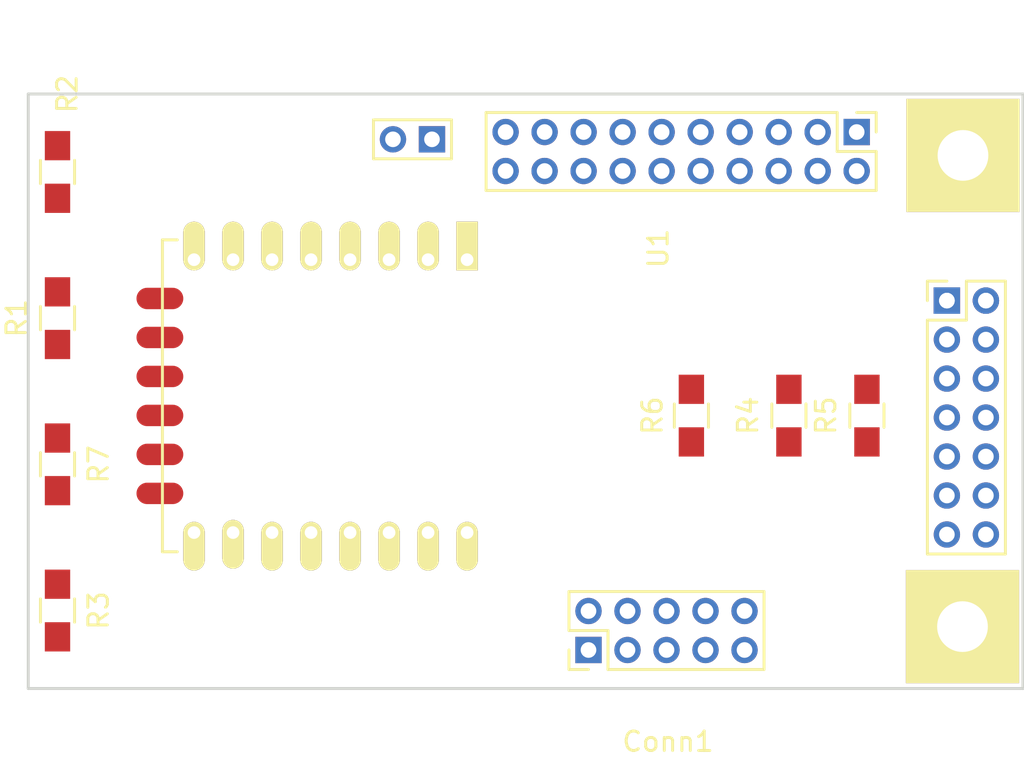
<source format=kicad_pcb>
(kicad_pcb (version 4) (host pcbnew 4.0.4+e1-6308~48~ubuntu16.04.1-stable)

  (general
    (links 27)
    (no_connects 25)
    (area 0 0 0 0)
    (thickness 1.6)
    (drawings 4)
    (tracks 0)
    (zones 0)
    (modules 11)
    (nets 41)
  )

  (page A4)
  (layers
    (0 F.Cu signal)
    (31 B.Cu signal)
    (32 B.Adhes user)
    (33 F.Adhes user)
    (34 B.Paste user)
    (35 F.Paste user)
    (36 B.SilkS user)
    (37 F.SilkS user)
    (38 B.Mask user)
    (39 F.Mask user)
    (40 Dwgs.User user)
    (41 Cmts.User user)
    (42 Eco1.User user)
    (43 Eco2.User user)
    (44 Edge.Cuts user)
    (45 Margin user)
    (46 B.CrtYd user)
    (47 F.CrtYd user)
    (48 B.Fab user)
    (49 F.Fab user)
  )

  (setup
    (last_trace_width 0.25)
    (trace_clearance 0.2)
    (zone_clearance 0.508)
    (zone_45_only no)
    (trace_min 0.2)
    (segment_width 0.2)
    (edge_width 0.15)
    (via_size 0.6)
    (via_drill 0.4)
    (via_min_size 0.4)
    (via_min_drill 0.3)
    (uvia_size 0.3)
    (uvia_drill 0.1)
    (uvias_allowed no)
    (uvia_min_size 0.2)
    (uvia_min_drill 0.1)
    (pcb_text_width 0.3)
    (pcb_text_size 1.5 1.5)
    (mod_edge_width 0.15)
    (mod_text_size 1 1)
    (mod_text_width 0.15)
    (pad_size 1.524 1.524)
    (pad_drill 0.762)
    (pad_to_mask_clearance 0.2)
    (aux_axis_origin 0 0)
    (visible_elements FFFEFF7F)
    (pcbplotparams
      (layerselection 0x00030_80000001)
      (usegerberextensions false)
      (excludeedgelayer true)
      (linewidth 0.100000)
      (plotframeref false)
      (viasonmask false)
      (mode 1)
      (useauxorigin false)
      (hpglpennumber 1)
      (hpglpenspeed 20)
      (hpglpendiameter 15)
      (hpglpenoverlay 2)
      (psnegative false)
      (psa4output false)
      (plotreference true)
      (plotvalue true)
      (plotinvisibletext false)
      (padsonsilk false)
      (subtractmaskfromsilk false)
      (outputformat 1)
      (mirror false)
      (drillshape 1)
      (scaleselection 1)
      (outputdirectory ""))
  )

  (net 0 "")
  (net 1 "Net-(Conn1-Pad2)")
  (net 2 "Net-(Conn1-Pad1)")
  (net 3 "Net-(Conn1-Pad3)")
  (net 4 "Net-(Conn1-Pad4)")
  (net 5 "Net-(Conn1-Pad5)")
  (net 6 "Net-(Conn1-Pad6)")
  (net 7 "Net-(Conn1-Pad7)")
  (net 8 "Net-(Conn1-Pad8)")
  (net 9 "Net-(Conn1-Pad9)")
  (net 10 "Net-(Conn1-Pad10)")
  (net 11 "Net-(Conn1-Pad11)")
  (net 12 "Net-(Conn1-Pad12)")
  (net 13 "Net-(Conn1-Pad13)")
  (net 14 "Net-(Conn1-Pad14)")
  (net 15 +3V3)
  (net 16 GND)
  (net 17 "Net-(Conn1-Pad17)")
  (net 18 "Net-(Conn1-Pad18)")
  (net 19 "Net-(Conn1-Pad20)")
  (net 20 "Net-(Conn1-Pad37)")
  (net 21 "Net-(Conn1-Pad38)")
  (net 22 "Net-(Conn1-Pad39)")
  (net 23 "Net-(Conn1-Pad40)")
  (net 24 "Net-(Conn1-Pad41)")
  (net 25 "Net-(Conn1-Pad43)")
  (net 26 "Net-(Conn1-Pad44)")
  (net 27 "Net-(R1-Pad1)")
  (net 28 "Net-(R2-Pad1)")
  (net 29 "Net-(R3-Pad2)")
  (net 30 "Net-(R7-Pad2)")
  (net 31 "Net-(U1-Pad2)")
  (net 32 "Net-(U1-Pad4)")
  (net 33 "Net-(U1-Pad5)")
  (net 34 "Net-(U1-Pad6)")
  (net 35 "Net-(U1-Pad9)")
  (net 36 "Net-(U1-Pad10)")
  (net 37 "Net-(U1-Pad11)")
  (net 38 "Net-(U1-Pad12)")
  (net 39 "Net-(U1-Pad13)")
  (net 40 "Net-(U1-Pad14)")

  (net_class Default "This is the default net class."
    (clearance 0.2)
    (trace_width 0.25)
    (via_dia 0.6)
    (via_drill 0.4)
    (uvia_dia 0.3)
    (uvia_drill 0.1)
    (add_net +3V3)
    (add_net GND)
    (add_net "Net-(Conn1-Pad1)")
    (add_net "Net-(Conn1-Pad10)")
    (add_net "Net-(Conn1-Pad11)")
    (add_net "Net-(Conn1-Pad12)")
    (add_net "Net-(Conn1-Pad13)")
    (add_net "Net-(Conn1-Pad14)")
    (add_net "Net-(Conn1-Pad17)")
    (add_net "Net-(Conn1-Pad18)")
    (add_net "Net-(Conn1-Pad2)")
    (add_net "Net-(Conn1-Pad20)")
    (add_net "Net-(Conn1-Pad3)")
    (add_net "Net-(Conn1-Pad37)")
    (add_net "Net-(Conn1-Pad38)")
    (add_net "Net-(Conn1-Pad39)")
    (add_net "Net-(Conn1-Pad4)")
    (add_net "Net-(Conn1-Pad40)")
    (add_net "Net-(Conn1-Pad41)")
    (add_net "Net-(Conn1-Pad43)")
    (add_net "Net-(Conn1-Pad44)")
    (add_net "Net-(Conn1-Pad5)")
    (add_net "Net-(Conn1-Pad6)")
    (add_net "Net-(Conn1-Pad7)")
    (add_net "Net-(Conn1-Pad8)")
    (add_net "Net-(Conn1-Pad9)")
    (add_net "Net-(R1-Pad1)")
    (add_net "Net-(R2-Pad1)")
    (add_net "Net-(R3-Pad2)")
    (add_net "Net-(R7-Pad2)")
    (add_net "Net-(U1-Pad10)")
    (add_net "Net-(U1-Pad11)")
    (add_net "Net-(U1-Pad12)")
    (add_net "Net-(U1-Pad13)")
    (add_net "Net-(U1-Pad14)")
    (add_net "Net-(U1-Pad2)")
    (add_net "Net-(U1-Pad4)")
    (add_net "Net-(U1-Pad5)")
    (add_net "Net-(U1-Pad6)")
    (add_net "Net-(U1-Pad9)")
  )

  (module pico_ciaa_ponchos:Conn_Pico_Ciaa (layer F.Cu) (tedit 584DDB1F) (tstamp 584DF84C)
    (at 166.6 94.6)
    (path /584E1052)
    (fp_text reference Conn1 (at -14.3 22.625) (layer F.SilkS)
      (effects (font (size 1 1) (thickness 0.15)))
    )
    (fp_text value Conn_Pico (at -13.675 -14.575) (layer F.Fab)
      (effects (font (size 1 1) (thickness 0.15)))
    )
    (fp_line (start -19.375 17.925) (end -19.375 18.925) (layer F.SilkS) (width 0.15))
    (fp_line (start -19.375 18.925) (end -18.375 18.925) (layer F.SilkS) (width 0.15))
    (fp_line (start -17.375 18.925) (end -9.375 18.925) (layer F.SilkS) (width 0.15))
    (fp_line (start -9.375 18.925) (end -9.375 14.925) (layer F.SilkS) (width 0.15))
    (fp_line (start -9.375 14.925) (end -19.375 14.925) (layer F.SilkS) (width 0.15))
    (fp_line (start -19.375 14.925) (end -19.375 16.925) (layer F.SilkS) (width 0.15))
    (fp_line (start -19.375 16.925) (end -17.375 16.925) (layer F.SilkS) (width 0.15))
    (fp_line (start -17.375 16.925) (end -17.375 18.925) (layer F.SilkS) (width 0.15))
    (fp_line (start -4.625 -9.65) (end -3.625 -9.65) (layer F.SilkS) (width 0.15))
    (fp_line (start -3.625 -9.65) (end -3.625 -8.65) (layer F.SilkS) (width 0.15))
    (fp_line (start -5.625 -9.65) (end -5.625 -7.65) (layer F.SilkS) (width 0.15))
    (fp_line (start -5.625 -7.65) (end -3.625 -7.65) (layer F.SilkS) (width 0.15))
    (fp_line (start -3.625 -7.65) (end -3.625 -5.65) (layer F.SilkS) (width 0.15))
    (fp_line (start -3.625 -5.65) (end -23.625 -5.65) (layer F.SilkS) (width 0.15))
    (fp_line (start -23.625 -5.65) (end -23.625 -9.65) (layer F.SilkS) (width 0.15))
    (fp_line (start -23.625 -9.65) (end -5.625 -9.65) (layer F.SilkS) (width 0.15))
    (fp_line (start -29.4 -9.275) (end -29.4 -7.275) (layer F.SilkS) (width 0.15))
    (fp_line (start -29.4 -7.275) (end -25.4 -7.275) (layer F.SilkS) (width 0.15))
    (fp_line (start -25.4 -7.275) (end -25.4 -9.275) (layer F.SilkS) (width 0.15))
    (fp_line (start -25.4 -9.275) (end -29.4 -9.275) (layer F.SilkS) (width 0.15))
    (fp_line (start 3 -1) (end 3 13) (layer F.SilkS) (width 0.15))
    (fp_line (start -1 1) (end -1 13) (layer F.SilkS) (width 0.15))
    (fp_line (start -1 13) (end 3 13) (layer F.SilkS) (width 0.15))
    (fp_line (start -1 0) (end -1 -1) (layer F.SilkS) (width 0.15))
    (fp_line (start -1 -1) (end 0 -1) (layer F.SilkS) (width 0.15))
    (fp_line (start 1 1) (end -1 1) (layer F.SilkS) (width 0.15))
    (fp_line (start 1 1) (end 1 -1) (layer F.SilkS) (width 0.15))
    (fp_line (start 1 -1) (end 3 -1) (layer F.SilkS) (width 0.15))
    (pad 2 thru_hole circle (at 2 0) (size 1.35 1.35) (drill 0.8) (layers *.Cu *.Mask)
      (net 1 "Net-(Conn1-Pad2)"))
    (pad 1 thru_hole rect (at 0 0) (size 1.35 1.35) (drill 0.8) (layers *.Cu *.Mask)
      (net 2 "Net-(Conn1-Pad1)"))
    (pad 1 thru_hole rect (at 0 0) (size 1.35 1.35) (drill 0.8) (layers *.Cu *.Mask)
      (net 2 "Net-(Conn1-Pad1)"))
    (pad 2 thru_hole circle (at 2 0) (size 1.35 1.35) (drill 0.8) (layers *.Cu *.Mask)
      (net 1 "Net-(Conn1-Pad2)"))
    (pad 3 thru_hole circle (at 0 2) (size 1.35 1.35) (drill 0.8) (layers *.Cu *.Mask)
      (net 3 "Net-(Conn1-Pad3)"))
    (pad 4 thru_hole circle (at 2 2) (size 1.35 1.35) (drill 0.8) (layers *.Cu *.Mask)
      (net 4 "Net-(Conn1-Pad4)"))
    (pad 5 thru_hole circle (at 0 4) (size 1.35 1.35) (drill 0.8) (layers *.Cu *.Mask)
      (net 5 "Net-(Conn1-Pad5)"))
    (pad 6 thru_hole circle (at 2 4) (size 1.35 1.35) (drill 0.8) (layers *.Cu *.Mask)
      (net 6 "Net-(Conn1-Pad6)"))
    (pad 7 thru_hole circle (at 0 6) (size 1.35 1.35) (drill 0.8) (layers *.Cu *.Mask)
      (net 7 "Net-(Conn1-Pad7)"))
    (pad 8 thru_hole circle (at 2 6) (size 1.35 1.35) (drill 0.8) (layers *.Cu *.Mask)
      (net 8 "Net-(Conn1-Pad8)"))
    (pad 9 thru_hole circle (at 0 8) (size 1.35 1.35) (drill 0.8) (layers *.Cu *.Mask)
      (net 9 "Net-(Conn1-Pad9)"))
    (pad 10 thru_hole circle (at 2 8) (size 1.35 1.35) (drill 0.8) (layers *.Cu *.Mask)
      (net 10 "Net-(Conn1-Pad10)"))
    (pad 11 thru_hole circle (at 0 10) (size 1.35 1.35) (drill 0.8) (layers *.Cu *.Mask)
      (net 11 "Net-(Conn1-Pad11)"))
    (pad 12 thru_hole circle (at 2 10) (size 1.35 1.35) (drill 0.8) (layers *.Cu *.Mask)
      (net 12 "Net-(Conn1-Pad12)"))
    (pad 13 thru_hole circle (at 0 12) (size 1.35 1.35) (drill 0.8) (layers *.Cu *.Mask)
      (net 13 "Net-(Conn1-Pad13)"))
    (pad 14 thru_hole circle (at 2 12) (size 1.35 1.35) (drill 0.8) (layers *.Cu *.Mask)
      (net 14 "Net-(Conn1-Pad14)"))
    (pad 15 thru_hole rect (at -26.4 -8.275) (size 1.35 1.35) (drill 0.8) (layers *.Cu *.Mask)
      (net 15 +3V3))
    (pad 16 thru_hole circle (at -28.4 -8.275) (size 1.35 1.35) (drill 0.8) (layers *.Cu *.Mask)
      (net 16 GND))
    (pad 17 thru_hole rect (at -4.625 -8.65) (size 1.35 1.35) (drill 0.8) (layers *.Cu *.Mask)
      (net 17 "Net-(Conn1-Pad17)"))
    (pad 18 thru_hole circle (at -4.625 -6.65) (size 1.35 1.35) (drill 0.8) (layers *.Cu *.Mask)
      (net 18 "Net-(Conn1-Pad18)"))
    (pad 19 thru_hole circle (at -6.625 -8.65) (size 1.35 1.35) (drill 0.8) (layers *.Cu *.Mask))
    (pad 20 thru_hole circle (at -6.625 -6.65) (size 1.35 1.35) (drill 0.8) (layers *.Cu *.Mask)
      (net 19 "Net-(Conn1-Pad20)"))
    (pad 21 thru_hole circle (at -8.625 -8.65) (size 1.35 1.35) (drill 0.8) (layers *.Cu *.Mask))
    (pad 22 thru_hole circle (at -8.625 -6.65) (size 1.35 1.35) (drill 0.8) (layers *.Cu *.Mask))
    (pad 23 thru_hole circle (at -10.625 -8.65) (size 1.35 1.35) (drill 0.8) (layers *.Cu *.Mask))
    (pad 24 thru_hole circle (at -10.625 -6.65) (size 1.35 1.35) (drill 0.8) (layers *.Cu *.Mask))
    (pad 25 thru_hole circle (at -12.625 -8.65) (size 1.35 1.35) (drill 0.8) (layers *.Cu *.Mask))
    (pad 26 thru_hole circle (at -12.625 -6.65) (size 1.35 1.35) (drill 0.8) (layers *.Cu *.Mask))
    (pad 27 thru_hole circle (at -14.625 -8.65) (size 1.35 1.35) (drill 0.8) (layers *.Cu *.Mask))
    (pad 28 thru_hole circle (at -14.625 -6.65) (size 1.35 1.35) (drill 0.8) (layers *.Cu *.Mask))
    (pad 29 thru_hole circle (at -16.625 -8.65) (size 1.35 1.35) (drill 0.8) (layers *.Cu *.Mask))
    (pad 30 thru_hole circle (at -16.625 -6.65) (size 1.35 1.35) (drill 0.8) (layers *.Cu *.Mask))
    (pad 31 thru_hole circle (at -18.625 -8.65) (size 1.35 1.35) (drill 0.8) (layers *.Cu *.Mask))
    (pad 32 thru_hole circle (at -18.625 -6.65) (size 1.35 1.35) (drill 0.8) (layers *.Cu *.Mask))
    (pad 33 thru_hole circle (at -20.625 -8.65) (size 1.35 1.35) (drill 0.8) (layers *.Cu *.Mask))
    (pad 34 thru_hole circle (at -20.625 -6.65) (size 1.35 1.35) (drill 0.8) (layers *.Cu *.Mask))
    (pad 35 thru_hole circle (at -22.625 -8.65) (size 1.35 1.35) (drill 0.8) (layers *.Cu *.Mask))
    (pad 36 thru_hole circle (at -22.625 -6.65) (size 1.35 1.35) (drill 0.8) (layers *.Cu *.Mask))
    (pad 37 thru_hole rect (at -18.375 17.925) (size 1.35 1.35) (drill 0.8) (layers *.Cu *.Mask)
      (net 20 "Net-(Conn1-Pad37)"))
    (pad 38 thru_hole circle (at -18.375 15.925) (size 1.35 1.35) (drill 0.8) (layers *.Cu *.Mask)
      (net 21 "Net-(Conn1-Pad38)"))
    (pad 39 thru_hole circle (at -16.375 17.925) (size 1.35 1.35) (drill 0.8) (layers *.Cu *.Mask)
      (net 22 "Net-(Conn1-Pad39)"))
    (pad 40 thru_hole circle (at -16.375 15.925) (size 1.35 1.35) (drill 0.8) (layers *.Cu *.Mask)
      (net 23 "Net-(Conn1-Pad40)"))
    (pad 41 thru_hole circle (at -14.375 17.925) (size 1.35 1.35) (drill 0.8) (layers *.Cu *.Mask)
      (net 24 "Net-(Conn1-Pad41)"))
    (pad 42 thru_hole circle (at -14.375 15.925) (size 1.35 1.35) (drill 0.8) (layers *.Cu *.Mask))
    (pad 43 thru_hole circle (at -12.375 17.925) (size 1.35 1.35) (drill 0.8) (layers *.Cu *.Mask)
      (net 25 "Net-(Conn1-Pad43)"))
    (pad 44 thru_hole circle (at -12.375 15.925) (size 1.35 1.35) (drill 0.8) (layers *.Cu *.Mask)
      (net 26 "Net-(Conn1-Pad44)"))
    (pad 45 thru_hole circle (at -10.375 17.925) (size 1.35 1.35) (drill 0.8) (layers *.Cu *.Mask)
      (net 16 GND))
    (pad 46 thru_hole circle (at -10.375 15.925) (size 1.35 1.35) (drill 0.8) (layers *.Cu *.Mask))
  )

  (module footprints:PIN_ARRAY_1 (layer F.Cu) (tedit 564E545B) (tstamp 584DF851)
    (at 167.4 111.325)
    (descr "1 pin")
    (tags "CONN DEV")
    (path /58396B6A)
    (fp_text reference P1 (at 0.1 -3.5) (layer F.SilkS) hide
      (effects (font (size 0.762 0.762) (thickness 0.1524)))
    )
    (fp_text value MOUNT_HOLE (at -0.05 3.75) (layer F.SilkS) hide
      (effects (font (size 0.762 0.762) (thickness 0.1524)))
    )
    (fp_line (start 1.27 1.27) (end -1.27 1.27) (layer F.SilkS) (width 0.1524))
    (fp_line (start -1.27 -1.27) (end 1.27 -1.27) (layer F.SilkS) (width 0.1524))
    (fp_line (start -1.27 1.27) (end -1.27 -1.27) (layer F.SilkS) (width 0.1524))
    (fp_line (start 1.27 -1.27) (end 1.27 1.27) (layer F.SilkS) (width 0.1524))
    (pad 1 thru_hole rect (at 0 0) (size 5.8 5.8) (drill 2.6) (layers *.Cu *.Mask F.SilkS)
      (net 16 GND) (solder_mask_margin 0.1524) (clearance 0.1524))
  )

  (module footprints:PIN_ARRAY_1 (layer F.Cu) (tedit 564E545B) (tstamp 584DF856)
    (at 167.425 87.15)
    (descr "1 pin")
    (tags "CONN DEV")
    (path /58396C16)
    (fp_text reference P2 (at 0.1 -3.5) (layer F.SilkS) hide
      (effects (font (size 0.762 0.762) (thickness 0.1524)))
    )
    (fp_text value MOUNT_HOLE (at -0.05 3.75) (layer F.SilkS) hide
      (effects (font (size 0.762 0.762) (thickness 0.1524)))
    )
    (fp_line (start 1.27 1.27) (end -1.27 1.27) (layer F.SilkS) (width 0.1524))
    (fp_line (start -1.27 -1.27) (end 1.27 -1.27) (layer F.SilkS) (width 0.1524))
    (fp_line (start -1.27 1.27) (end -1.27 -1.27) (layer F.SilkS) (width 0.1524))
    (fp_line (start 1.27 -1.27) (end 1.27 1.27) (layer F.SilkS) (width 0.1524))
    (pad 1 thru_hole rect (at 0 0) (size 5.8 5.8) (drill 2.6) (layers *.Cu *.Mask F.SilkS)
      (net 16 GND) (solder_mask_margin 0.1524) (clearance 0.1524))
  )

  (module Resistors_SMD:R_0805_HandSoldering (layer F.Cu) (tedit 58307B90) (tstamp 584DF85C)
    (at 121 95.5 90)
    (descr "Resistor SMD 0805, hand soldering")
    (tags "resistor 0805")
    (path /582640A9)
    (attr smd)
    (fp_text reference R1 (at 0 -2.1 90) (layer F.SilkS)
      (effects (font (size 1 1) (thickness 0.15)))
    )
    (fp_text value R (at 0 2.1 90) (layer F.Fab)
      (effects (font (size 1 1) (thickness 0.15)))
    )
    (fp_line (start -1 0.625) (end -1 -0.625) (layer F.Fab) (width 0.1))
    (fp_line (start 1 0.625) (end -1 0.625) (layer F.Fab) (width 0.1))
    (fp_line (start 1 -0.625) (end 1 0.625) (layer F.Fab) (width 0.1))
    (fp_line (start -1 -0.625) (end 1 -0.625) (layer F.Fab) (width 0.1))
    (fp_line (start -2.4 -1) (end 2.4 -1) (layer F.CrtYd) (width 0.05))
    (fp_line (start -2.4 1) (end 2.4 1) (layer F.CrtYd) (width 0.05))
    (fp_line (start -2.4 -1) (end -2.4 1) (layer F.CrtYd) (width 0.05))
    (fp_line (start 2.4 -1) (end 2.4 1) (layer F.CrtYd) (width 0.05))
    (fp_line (start 0.6 0.875) (end -0.6 0.875) (layer F.SilkS) (width 0.15))
    (fp_line (start -0.6 -0.875) (end 0.6 -0.875) (layer F.SilkS) (width 0.15))
    (pad 1 smd rect (at -1.35 0 90) (size 1.5 1.3) (layers F.Cu F.Paste F.Mask)
      (net 27 "Net-(R1-Pad1)"))
    (pad 2 smd rect (at 1.35 0 90) (size 1.5 1.3) (layers F.Cu F.Paste F.Mask)
      (net 15 +3V3))
    (model Resistors_SMD.3dshapes/R_0805_HandSoldering.wrl
      (at (xyz 0 0 0))
      (scale (xyz 1 1 1))
      (rotate (xyz 0 0 0))
    )
  )

  (module Resistors_SMD:R_0805_HandSoldering (layer F.Cu) (tedit 584DE84A) (tstamp 584DF862)
    (at 121 88 270)
    (descr "Resistor SMD 0805, hand soldering")
    (tags "resistor 0805")
    (path /582640EC)
    (attr smd)
    (fp_text reference R2 (at -4 -0.5 270) (layer F.SilkS)
      (effects (font (size 1 1) (thickness 0.15)))
    )
    (fp_text value R (at 0 2.1 270) (layer F.Fab)
      (effects (font (size 1 1) (thickness 0.15)))
    )
    (fp_line (start -1 0.625) (end -1 -0.625) (layer F.Fab) (width 0.1))
    (fp_line (start 1 0.625) (end -1 0.625) (layer F.Fab) (width 0.1))
    (fp_line (start 1 -0.625) (end 1 0.625) (layer F.Fab) (width 0.1))
    (fp_line (start -1 -0.625) (end 1 -0.625) (layer F.Fab) (width 0.1))
    (fp_line (start -2.4 -1) (end 2.4 -1) (layer F.CrtYd) (width 0.05))
    (fp_line (start -2.4 1) (end 2.4 1) (layer F.CrtYd) (width 0.05))
    (fp_line (start -2.4 -1) (end -2.4 1) (layer F.CrtYd) (width 0.05))
    (fp_line (start 2.4 -1) (end 2.4 1) (layer F.CrtYd) (width 0.05))
    (fp_line (start 0.6 0.875) (end -0.6 0.875) (layer F.SilkS) (width 0.15))
    (fp_line (start -0.6 -0.875) (end 0.6 -0.875) (layer F.SilkS) (width 0.15))
    (pad 1 smd rect (at -1.35 0 270) (size 1.5 1.3) (layers F.Cu F.Paste F.Mask)
      (net 28 "Net-(R2-Pad1)"))
    (pad 2 smd rect (at 1.35 0 270) (size 1.5 1.3) (layers F.Cu F.Paste F.Mask)
      (net 15 +3V3))
    (model Resistors_SMD.3dshapes/R_0805_HandSoldering.wrl
      (at (xyz 0 0 0))
      (scale (xyz 1 1 1))
      (rotate (xyz 0 0 0))
    )
  )

  (module Resistors_SMD:R_0805_HandSoldering (layer F.Cu) (tedit 58307B90) (tstamp 584DF868)
    (at 121 110.5 270)
    (descr "Resistor SMD 0805, hand soldering")
    (tags "resistor 0805")
    (path /58264232)
    (attr smd)
    (fp_text reference R3 (at 0 -2.1 270) (layer F.SilkS)
      (effects (font (size 1 1) (thickness 0.15)))
    )
    (fp_text value R (at 0 2.1 270) (layer F.Fab)
      (effects (font (size 1 1) (thickness 0.15)))
    )
    (fp_line (start -1 0.625) (end -1 -0.625) (layer F.Fab) (width 0.1))
    (fp_line (start 1 0.625) (end -1 0.625) (layer F.Fab) (width 0.1))
    (fp_line (start 1 -0.625) (end 1 0.625) (layer F.Fab) (width 0.1))
    (fp_line (start -1 -0.625) (end 1 -0.625) (layer F.Fab) (width 0.1))
    (fp_line (start -2.4 -1) (end 2.4 -1) (layer F.CrtYd) (width 0.05))
    (fp_line (start -2.4 1) (end 2.4 1) (layer F.CrtYd) (width 0.05))
    (fp_line (start -2.4 -1) (end -2.4 1) (layer F.CrtYd) (width 0.05))
    (fp_line (start 2.4 -1) (end 2.4 1) (layer F.CrtYd) (width 0.05))
    (fp_line (start 0.6 0.875) (end -0.6 0.875) (layer F.SilkS) (width 0.15))
    (fp_line (start -0.6 -0.875) (end 0.6 -0.875) (layer F.SilkS) (width 0.15))
    (pad 1 smd rect (at -1.35 0 270) (size 1.5 1.3) (layers F.Cu F.Paste F.Mask)
      (net 16 GND))
    (pad 2 smd rect (at 1.35 0 270) (size 1.5 1.3) (layers F.Cu F.Paste F.Mask)
      (net 29 "Net-(R3-Pad2)"))
    (model Resistors_SMD.3dshapes/R_0805_HandSoldering.wrl
      (at (xyz 0 0 0))
      (scale (xyz 1 1 1))
      (rotate (xyz 0 0 0))
    )
  )

  (module Resistors_SMD:R_0805_HandSoldering (layer F.Cu) (tedit 58307B90) (tstamp 584DF86E)
    (at 158.5 100.5 90)
    (descr "Resistor SMD 0805, hand soldering")
    (tags "resistor 0805")
    (path /58264473)
    (attr smd)
    (fp_text reference R4 (at 0 -2.1 90) (layer F.SilkS)
      (effects (font (size 1 1) (thickness 0.15)))
    )
    (fp_text value R (at 0 2.1 90) (layer F.Fab)
      (effects (font (size 1 1) (thickness 0.15)))
    )
    (fp_line (start -1 0.625) (end -1 -0.625) (layer F.Fab) (width 0.1))
    (fp_line (start 1 0.625) (end -1 0.625) (layer F.Fab) (width 0.1))
    (fp_line (start 1 -0.625) (end 1 0.625) (layer F.Fab) (width 0.1))
    (fp_line (start -1 -0.625) (end 1 -0.625) (layer F.Fab) (width 0.1))
    (fp_line (start -2.4 -1) (end 2.4 -1) (layer F.CrtYd) (width 0.05))
    (fp_line (start -2.4 1) (end 2.4 1) (layer F.CrtYd) (width 0.05))
    (fp_line (start -2.4 -1) (end -2.4 1) (layer F.CrtYd) (width 0.05))
    (fp_line (start 2.4 -1) (end 2.4 1) (layer F.CrtYd) (width 0.05))
    (fp_line (start 0.6 0.875) (end -0.6 0.875) (layer F.SilkS) (width 0.15))
    (fp_line (start -0.6 -0.875) (end 0.6 -0.875) (layer F.SilkS) (width 0.15))
    (pad 1 smd rect (at -1.35 0 90) (size 1.5 1.3) (layers F.Cu F.Paste F.Mask)
      (net 24 "Net-(Conn1-Pad41)"))
    (pad 2 smd rect (at 1.35 0 90) (size 1.5 1.3) (layers F.Cu F.Paste F.Mask)
      (net 15 +3V3))
    (model Resistors_SMD.3dshapes/R_0805_HandSoldering.wrl
      (at (xyz 0 0 0))
      (scale (xyz 1 1 1))
      (rotate (xyz 0 0 0))
    )
  )

  (module Resistors_SMD:R_0805_HandSoldering (layer F.Cu) (tedit 58307B90) (tstamp 584DF874)
    (at 162.5 100.5 90)
    (descr "Resistor SMD 0805, hand soldering")
    (tags "resistor 0805")
    (path /582644BC)
    (attr smd)
    (fp_text reference R5 (at 0 -2.1 90) (layer F.SilkS)
      (effects (font (size 1 1) (thickness 0.15)))
    )
    (fp_text value R (at 0 2.1 90) (layer F.Fab)
      (effects (font (size 1 1) (thickness 0.15)))
    )
    (fp_line (start -1 0.625) (end -1 -0.625) (layer F.Fab) (width 0.1))
    (fp_line (start 1 0.625) (end -1 0.625) (layer F.Fab) (width 0.1))
    (fp_line (start 1 -0.625) (end 1 0.625) (layer F.Fab) (width 0.1))
    (fp_line (start -1 -0.625) (end 1 -0.625) (layer F.Fab) (width 0.1))
    (fp_line (start -2.4 -1) (end 2.4 -1) (layer F.CrtYd) (width 0.05))
    (fp_line (start -2.4 1) (end 2.4 1) (layer F.CrtYd) (width 0.05))
    (fp_line (start -2.4 -1) (end -2.4 1) (layer F.CrtYd) (width 0.05))
    (fp_line (start 2.4 -1) (end 2.4 1) (layer F.CrtYd) (width 0.05))
    (fp_line (start 0.6 0.875) (end -0.6 0.875) (layer F.SilkS) (width 0.15))
    (fp_line (start -0.6 -0.875) (end 0.6 -0.875) (layer F.SilkS) (width 0.15))
    (pad 1 smd rect (at -1.35 0 90) (size 1.5 1.3) (layers F.Cu F.Paste F.Mask)
      (net 26 "Net-(Conn1-Pad44)"))
    (pad 2 smd rect (at 1.35 0 90) (size 1.5 1.3) (layers F.Cu F.Paste F.Mask)
      (net 15 +3V3))
    (model Resistors_SMD.3dshapes/R_0805_HandSoldering.wrl
      (at (xyz 0 0 0))
      (scale (xyz 1 1 1))
      (rotate (xyz 0 0 0))
    )
  )

  (module Resistors_SMD:R_0805_HandSoldering (layer F.Cu) (tedit 584DE926) (tstamp 584DF87A)
    (at 153.5 100.5 270)
    (descr "Resistor SMD 0805, hand soldering")
    (tags "resistor 0805")
    (path /5826410D)
    (attr smd)
    (fp_text reference R6 (at 0 2 270) (layer F.SilkS)
      (effects (font (size 1 1) (thickness 0.15)))
    )
    (fp_text value R (at 0 2.1 270) (layer F.Fab)
      (effects (font (size 1 1) (thickness 0.15)))
    )
    (fp_line (start -1 0.625) (end -1 -0.625) (layer F.Fab) (width 0.1))
    (fp_line (start 1 0.625) (end -1 0.625) (layer F.Fab) (width 0.1))
    (fp_line (start 1 -0.625) (end 1 0.625) (layer F.Fab) (width 0.1))
    (fp_line (start -1 -0.625) (end 1 -0.625) (layer F.Fab) (width 0.1))
    (fp_line (start -2.4 -1) (end 2.4 -1) (layer F.CrtYd) (width 0.05))
    (fp_line (start -2.4 1) (end 2.4 1) (layer F.CrtYd) (width 0.05))
    (fp_line (start -2.4 -1) (end -2.4 1) (layer F.CrtYd) (width 0.05))
    (fp_line (start 2.4 -1) (end 2.4 1) (layer F.CrtYd) (width 0.05))
    (fp_line (start 0.6 0.875) (end -0.6 0.875) (layer F.SilkS) (width 0.15))
    (fp_line (start -0.6 -0.875) (end 0.6 -0.875) (layer F.SilkS) (width 0.15))
    (pad 1 smd rect (at -1.35 0 270) (size 1.5 1.3) (layers F.Cu F.Paste F.Mask)
      (net 15 +3V3))
    (pad 2 smd rect (at 1.35 0 270) (size 1.5 1.3) (layers F.Cu F.Paste F.Mask)
      (net 22 "Net-(Conn1-Pad39)"))
    (model Resistors_SMD.3dshapes/R_0805_HandSoldering.wrl
      (at (xyz 0 0 0))
      (scale (xyz 1 1 1))
      (rotate (xyz 0 0 0))
    )
  )

  (module Resistors_SMD:R_0805_HandSoldering (layer F.Cu) (tedit 58307B90) (tstamp 584DF880)
    (at 121 103 270)
    (descr "Resistor SMD 0805, hand soldering")
    (tags "resistor 0805")
    (path /58264213)
    (attr smd)
    (fp_text reference R7 (at 0 -2.1 270) (layer F.SilkS)
      (effects (font (size 1 1) (thickness 0.15)))
    )
    (fp_text value R (at 0 2.1 270) (layer F.Fab)
      (effects (font (size 1 1) (thickness 0.15)))
    )
    (fp_line (start -1 0.625) (end -1 -0.625) (layer F.Fab) (width 0.1))
    (fp_line (start 1 0.625) (end -1 0.625) (layer F.Fab) (width 0.1))
    (fp_line (start 1 -0.625) (end 1 0.625) (layer F.Fab) (width 0.1))
    (fp_line (start -1 -0.625) (end 1 -0.625) (layer F.Fab) (width 0.1))
    (fp_line (start -2.4 -1) (end 2.4 -1) (layer F.CrtYd) (width 0.05))
    (fp_line (start -2.4 1) (end 2.4 1) (layer F.CrtYd) (width 0.05))
    (fp_line (start -2.4 -1) (end -2.4 1) (layer F.CrtYd) (width 0.05))
    (fp_line (start 2.4 -1) (end 2.4 1) (layer F.CrtYd) (width 0.05))
    (fp_line (start 0.6 0.875) (end -0.6 0.875) (layer F.SilkS) (width 0.15))
    (fp_line (start -0.6 -0.875) (end 0.6 -0.875) (layer F.SilkS) (width 0.15))
    (pad 1 smd rect (at -1.35 0 270) (size 1.5 1.3) (layers F.Cu F.Paste F.Mask)
      (net 15 +3V3))
    (pad 2 smd rect (at 1.35 0 270) (size 1.5 1.3) (layers F.Cu F.Paste F.Mask)
      (net 30 "Net-(R7-Pad2)"))
    (model Resistors_SMD.3dshapes/R_0805_HandSoldering.wrl
      (at (xyz 0 0 0))
      (scale (xyz 1 1 1))
      (rotate (xyz 0 0 0))
    )
  )

  (module pico_ciaa_ponchos:ESP-12E (layer F.Cu) (tedit 584DE1E1) (tstamp 584DF89A)
    (at 142 92.5 270)
    (descr "Module, ESP-8266, ESP-12, 16 pad, SMD")
    (tags "Module ESP-8266 ESP8266")
    (path /58263FA5)
    (fp_text reference U1 (at -0.575 -9.8 270) (layer F.SilkS)
      (effects (font (size 1 1) (thickness 0.15)))
    )
    (fp_text value ESP-12E (at 8 1 270) (layer F.Fab)
      (effects (font (size 1 1) (thickness 0.15)))
    )
    (fp_line (start -2.25 -0.5) (end -2.25 -8.75) (layer F.CrtYd) (width 0.05))
    (fp_line (start -2.25 -8.75) (end 15.25 -8.75) (layer F.CrtYd) (width 0.05))
    (fp_line (start 15.25 -8.75) (end 16.25 -8.75) (layer F.CrtYd) (width 0.05))
    (fp_line (start 16.25 -8.75) (end 16.25 16) (layer F.CrtYd) (width 0.05))
    (fp_line (start 16.25 16) (end -2.25 16) (layer F.CrtYd) (width 0.05))
    (fp_line (start -2.25 16) (end -2.25 -0.5) (layer F.CrtYd) (width 0.05))
    (fp_line (start -1.016 -8.382) (end 14.986 -8.382) (layer F.CrtYd) (width 0.1524))
    (fp_line (start 14.986 -8.382) (end 14.986 -0.889) (layer F.CrtYd) (width 0.1524))
    (fp_line (start -1.016 -8.382) (end -1.016 -1.016) (layer F.CrtYd) (width 0.1524))
    (fp_line (start -1.016 14.859) (end -1.016 15.621) (layer F.SilkS) (width 0.1524))
    (fp_line (start -1.016 15.621) (end 14.986 15.621) (layer F.SilkS) (width 0.1524))
    (fp_line (start 14.986 15.621) (end 14.986 14.859) (layer F.SilkS) (width 0.1524))
    (fp_line (start 14.992 -8.4) (end -1.008 -2.6) (layer F.CrtYd) (width 0.1524))
    (fp_line (start -1.008 -8.4) (end 14.992 -2.6) (layer F.CrtYd) (width 0.1524))
    (fp_text user "No Copper" (at 6.892 -5.4 270) (layer F.CrtYd)
      (effects (font (size 1 1) (thickness 0.15)))
    )
    (fp_line (start -1.008 -2.6) (end 14.992 -2.6) (layer F.CrtYd) (width 0.1524))
    (fp_line (start 15 -8.4) (end 15 15.6) (layer F.Fab) (width 0.05))
    (fp_line (start 14.992 15.6) (end -1.008 15.6) (layer F.Fab) (width 0.05))
    (fp_line (start -1.008 15.6) (end -1.008 -8.4) (layer F.Fab) (width 0.05))
    (fp_line (start -1.008 -8.4) (end 14.992 -8.4) (layer F.Fab) (width 0.05))
    (pad 1 thru_hole rect (at 0 0 270) (size 2.5 1.1) (drill 0.65 (offset -0.7 0)) (layers *.Cu *.Mask F.SilkS)
      (net 27 "Net-(R1-Pad1)"))
    (pad 2 thru_hole oval (at 0 2 270) (size 2.5 1.1) (drill 0.65 (offset -0.7 0)) (layers *.Cu *.Mask F.SilkS)
      (net 31 "Net-(U1-Pad2)"))
    (pad 3 thru_hole oval (at 0 4 270) (size 2.5 1.1) (drill 0.65 (offset -0.7 0)) (layers *.Cu *.Mask F.SilkS)
      (net 28 "Net-(R2-Pad1)"))
    (pad 4 thru_hole oval (at 0 6 270) (size 2.5 1.1) (drill 0.65 (offset -0.7 0)) (layers *.Cu *.Mask F.SilkS)
      (net 32 "Net-(U1-Pad4)"))
    (pad 5 thru_hole oval (at 0 8 270) (size 2.5 1.1) (drill 0.65 (offset -0.7 0)) (layers *.Cu *.Mask F.SilkS)
      (net 33 "Net-(U1-Pad5)"))
    (pad 6 thru_hole oval (at 0 10 270) (size 2.5 1.1) (drill 0.65 (offset -0.7 0)) (layers *.Cu *.Mask F.SilkS)
      (net 34 "Net-(U1-Pad6)"))
    (pad 7 thru_hole oval (at 0 12 270) (size 2.5 1.1) (drill 0.65 (offset -0.7 0)) (layers *.Cu *.Mask F.SilkS)
      (net 14 "Net-(Conn1-Pad14)"))
    (pad 8 thru_hole oval (at 0 14 270) (size 2.5 1.1) (drill 0.65 (offset -0.7 0)) (layers *.Cu *.Mask F.SilkS)
      (net 15 +3V3))
    (pad 9 smd oval (at 1.99 15.75) (size 2.4 1.1) (layers F.Cu F.Paste F.Mask)
      (net 35 "Net-(U1-Pad9)"))
    (pad 10 smd oval (at 3.99 15.75) (size 2.4 1.1) (layers F.Cu F.Paste F.Mask)
      (net 36 "Net-(U1-Pad10)"))
    (pad 11 smd oval (at 5.99 15.75) (size 2.4 1.1) (layers F.Cu F.Paste F.Mask)
      (net 37 "Net-(U1-Pad11)"))
    (pad 12 smd oval (at 7.99 15.75) (size 2.4 1.1) (layers F.Cu F.Paste F.Mask)
      (net 38 "Net-(U1-Pad12)"))
    (pad 13 smd oval (at 9.99 15.75) (size 2.4 1.1) (layers F.Cu F.Paste F.Mask)
      (net 39 "Net-(U1-Pad13)"))
    (pad 14 smd oval (at 11.99 15.75) (size 2.4 1.1) (layers F.Cu F.Paste F.Mask)
      (net 40 "Net-(U1-Pad14)"))
    (pad 15 thru_hole oval (at 14 14 270) (size 2.5 1.1) (drill 0.65 (offset 0.7 0)) (layers *.Cu *.Mask F.SilkS)
      (net 16 GND))
    (pad 16 thru_hole oval (at 14 12 270) (size 2.5 1.1) (drill 0.65 (offset 0.6 0)) (layers *.Cu *.Mask F.SilkS)
      (net 29 "Net-(R3-Pad2)"))
    (pad 17 thru_hole oval (at 14 10 270) (size 2.5 1.1) (drill 0.65 (offset 0.7 0)) (layers *.Cu *.Mask F.SilkS)
      (net 30 "Net-(R7-Pad2)"))
    (pad 18 thru_hole oval (at 14 8 270) (size 2.5 1.1) (drill 0.65 (offset 0.7 0)) (layers *.Cu *.Mask F.SilkS)
      (net 22 "Net-(Conn1-Pad39)"))
    (pad 19 thru_hole oval (at 14 6 270) (size 2.5 1.1) (drill 0.65 (offset 0.7 0)) (layers *.Cu *.Mask F.SilkS)
      (net 26 "Net-(Conn1-Pad44)"))
    (pad 20 thru_hole oval (at 14 4 270) (size 2.5 1.1) (drill 0.65 (offset 0.7 0)) (layers *.Cu *.Mask F.SilkS)
      (net 24 "Net-(Conn1-Pad41)"))
    (pad 21 thru_hole oval (at 14 2 270) (size 2.5 1.1) (drill 0.65 (offset 0.7 0)) (layers *.Cu *.Mask F.SilkS)
      (net 20 "Net-(Conn1-Pad37)"))
    (pad 22 thru_hole oval (at 14 0 270) (size 2.5 1.1) (drill 0.65 (offset 0.7 0)) (layers *.Cu *.Mask F.SilkS)
      (net 23 "Net-(Conn1-Pad40)"))
    (model ${ESPLIB}/ESP8266.3dshapes/ESP-12.wrl
      (at (xyz 0.04 0 0))
      (scale (xyz 0.3937 0.3937 0.3937))
      (rotate (xyz 0 0 0))
    )
  )

  (gr_line (start 170.5 114.5) (end 170.5 84) (angle 90) (layer Edge.Cuts) (width 0.15))
  (gr_line (start 119.5 114.5) (end 170.5 114.5) (angle 90) (layer Edge.Cuts) (width 0.15))
  (gr_line (start 119.5 84) (end 119.5 114.5) (angle 90) (layer Edge.Cuts) (width 0.15))
  (gr_line (start 170.5 84) (end 119.5 84) (angle 90) (layer Edge.Cuts) (width 0.15))

)

</source>
